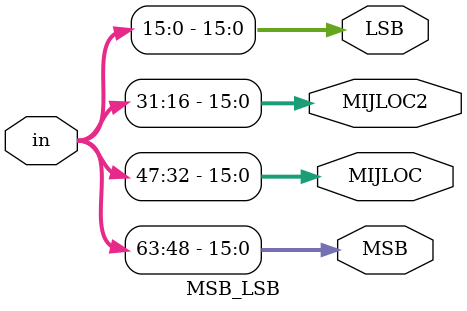
<source format=v>
module MSB_LSB(
  input [63:0]in,
  output reg [15:0] MSB, MIJLOC, MIJLOC2, LSB
  );
  
  always @(in) begin 
    MSB[15:0]=in[63:48]; 
    MIJLOC[15:0]=in[47:32];
    MIJLOC2[15:0]=in[31:16];
    LSB[15:0]=in[15:0];
  end
endmodule
</source>
